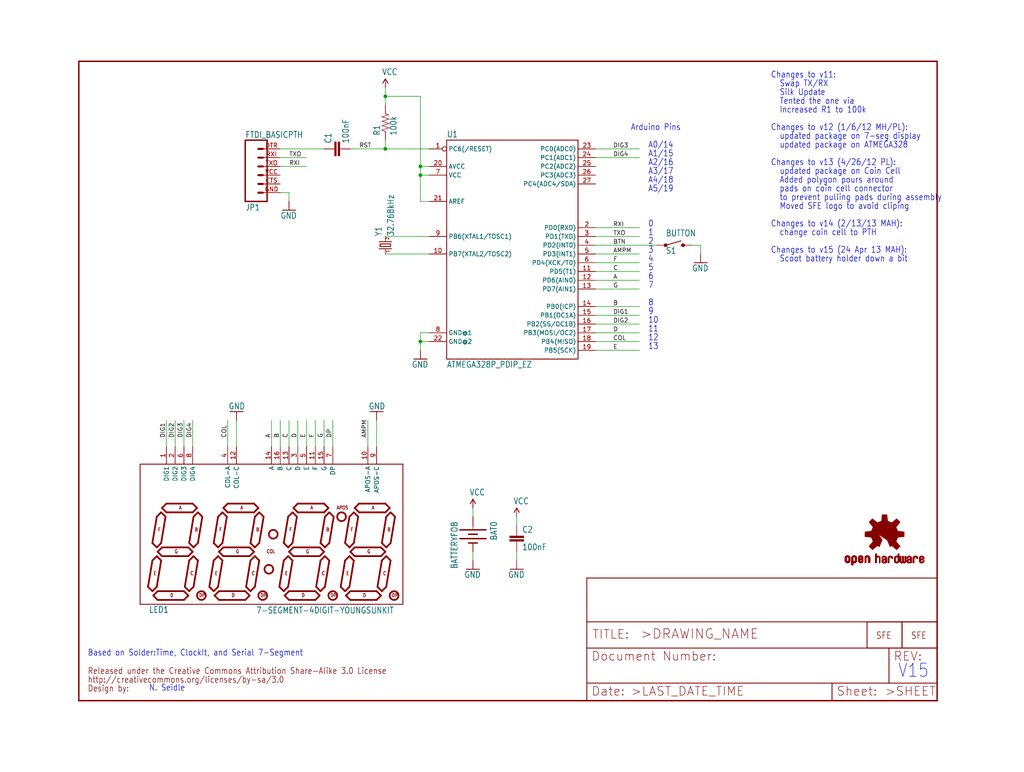
<source format=kicad_sch>
(kicad_sch (version 20211123) (generator eeschema)
  (paper "User" 297.002 223.926)
  (lib_symbols
    (symbol "eagleSchem-eagle-import:7-SEGMENT-4DIGIT-YOUNGSUNKIT"
      (property "Reference" "LED" (at -35.56 -20.32 0))
      (property "Value" "7-SEGMENT-4DIGIT-YOUNGSUNKIT" (at 35.56 -18.542 0))
      (symbol "7-SEGMENT-4DIGIT-YOUNGSUNKIT_1_0"
        (text "A" (at -26.924 9.652 0) (effects (font (size 1.016 0.8636) (thickness 0.1727) bold) (justify left bottom)))
        (text "A" (at -9.144 9.652 0) (effects (font (size 1.016 0.8636) (thickness 0.1727) bold) (justify left bottom)))
        (text "A" (at 11.176 9.652 0) (effects (font (size 1.016 0.8636) (thickness 0.1727) bold) (justify left bottom)))
        (text "A" (at 28.956 9.652 0) (effects (font (size 1.016 0.8636) (thickness 0.1727) bold) (justify left bottom)))
        (text "APOS" (at 18.796 9.652 0) (effects (font (size 1.016 0.8636) (thickness 0.1727) bold) (justify left bottom)))
        (text "B" (at -22.352 3.302 0) (effects (font (size 1.016 0.8636) (thickness 0.1727) bold) (justify left bottom)))
        (text "B" (at -4.572 3.302 0) (effects (font (size 1.016 0.8636) (thickness 0.1727) bold) (justify left bottom)))
        (text "B" (at 15.748 3.302 0) (effects (font (size 1.016 0.8636) (thickness 0.1727) bold) (justify left bottom)))
        (text "B" (at 33.528 3.302 0) (effects (font (size 1.016 0.8636) (thickness 0.1727) bold) (justify left bottom)))
        (text "C" (at -23.622 -9.398 0) (effects (font (size 1.016 0.8636) (thickness 0.1727) bold) (justify left bottom)))
        (text "C" (at -5.842 -9.398 0) (effects (font (size 1.016 0.8636) (thickness 0.1727) bold) (justify left bottom)))
        (text "C" (at 14.478 -9.398 0) (effects (font (size 1.016 0.8636) (thickness 0.1727) bold) (justify left bottom)))
        (text "C" (at 32.258 -9.398 0) (effects (font (size 1.016 0.8636) (thickness 0.1727) bold) (justify left bottom)))
        (text "COL" (at -1.524 -3.048 0) (effects (font (size 1.016 0.8636) (thickness 0.1727) bold) (justify left bottom)))
        (text "D" (at -29.464 -15.748 0) (effects (font (size 1.016 0.8636) (thickness 0.1727) bold) (justify left bottom)))
        (text "D" (at -11.684 -15.748 0) (effects (font (size 1.016 0.8636) (thickness 0.1727) bold) (justify left bottom)))
        (text "D" (at 8.636 -15.748 0) (effects (font (size 1.016 0.8636) (thickness 0.1727) bold) (justify left bottom)))
        (text "D" (at 26.416 -15.748 0) (effects (font (size 1.016 0.8636) (thickness 0.1727) bold) (justify left bottom)))
        (text "DP" (at -21.082 -15.748 0) (effects (font (size 1.016 0.8636) (thickness 0.1727) bold) (justify left bottom)))
        (text "DP" (at -3.302 -15.748 0) (effects (font (size 1.016 0.8636) (thickness 0.1727) bold) (justify left bottom)))
        (text "DP" (at 17.018 -15.748 0) (effects (font (size 1.016 0.8636) (thickness 0.1727) bold) (justify left bottom)))
        (text "DP" (at 34.798 -15.748 0) (effects (font (size 1.016 0.8636) (thickness 0.1727) bold) (justify left bottom)))
        (text "E" (at -34.29 -9.398 0) (effects (font (size 1.016 0.8636) (thickness 0.1727) bold) (justify left bottom)))
        (text "E" (at -16.51 -9.398 0) (effects (font (size 1.016 0.8636) (thickness 0.1727) bold) (justify left bottom)))
        (text "E" (at 3.81 -9.398 0) (effects (font (size 1.016 0.8636) (thickness 0.1727) bold) (justify left bottom)))
        (text "E" (at 21.59 -9.398 0) (effects (font (size 1.016 0.8636) (thickness 0.1727) bold) (justify left bottom)))
        (text "F" (at -33.02 3.302 0) (effects (font (size 1.016 0.8636) (thickness 0.1727) bold) (justify left bottom)))
        (text "F" (at -15.24 3.302 0) (effects (font (size 1.016 0.8636) (thickness 0.1727) bold) (justify left bottom)))
        (text "F" (at 5.08 3.302 0) (effects (font (size 1.016 0.8636) (thickness 0.1727) bold) (justify left bottom)))
        (text "F" (at 22.86 3.302 0) (effects (font (size 1.016 0.8636) (thickness 0.1727) bold) (justify left bottom)))
        (text "G" (at -28.194 -3.048 0) (effects (font (size 1.016 0.8636) (thickness 0.1727) bold) (justify left bottom)))
        (text "G" (at -10.414 -3.048 0) (effects (font (size 1.016 0.8636) (thickness 0.1727) bold) (justify left bottom)))
        (text "G" (at 9.906 -3.048 0) (effects (font (size 1.016 0.8636) (thickness 0.1727) bold) (justify left bottom)))
        (text "G" (at 27.686 -3.048 0) (effects (font (size 1.016 0.8636) (thickness 0.1727) bold) (justify left bottom)))
        (pin bidirectional line (at -30.48 27.94 270) (length 5.08) (name "DIG1") (number "1"))
        (pin bidirectional line (at 27.94 27.94 270) (length 5.08) (name "APOS-A") (number "10"))
        (pin bidirectional line (at 12.7 27.94 270) (length 5.08) (name "F") (number "11"))
        (pin bidirectional line (at -10.16 27.94 270) (length 5.08) (name "COL-C") (number "12"))
        (pin bidirectional line (at 5.08 27.94 270) (length 5.08) (name "C") (number "13"))
        (pin bidirectional line (at 0 27.94 270) (length 5.08) (name "A") (number "14"))
        (pin bidirectional line (at 15.24 27.94 270) (length 5.08) (name "G") (number "15"))
        (pin bidirectional line (at 2.54 27.94 270) (length 5.08) (name "B") (number "16"))
        (pin bidirectional line (at -27.94 27.94 270) (length 5.08) (name "DIG2") (number "2"))
        (pin bidirectional line (at 7.62 27.94 270) (length 5.08) (name "D") (number "3"))
        (pin bidirectional line (at -12.7 27.94 270) (length 5.08) (name "COL-A") (number "4"))
        (pin bidirectional line (at 10.16 27.94 270) (length 5.08) (name "E") (number "5"))
        (pin bidirectional line (at -25.4 27.94 270) (length 5.08) (name "DIG3") (number "6"))
        (pin bidirectional line (at 17.78 27.94 270) (length 5.08) (name "DP") (number "7"))
        (pin bidirectional line (at -22.86 27.94 270) (length 5.08) (name "DIG4") (number "8"))
        (pin bidirectional line (at 30.48 27.94 270) (length 5.08) (name "APOS-C") (number "9"))
      )
    )
    (symbol "eagleSchem-eagle-import:ATMEGA328P_PDIP_EZ"
      (property "Reference" "U" (at -17.78 28.702 0))
      (property "Value" "ATMEGA328P_PDIP_EZ" (at -17.78 -38.1 0))
      (symbol "ATMEGA328P_PDIP_EZ_1_0"
        (pin bidirectional inverted (at -22.86 25.4 0) (length 5.08) (name "PC6(/RESET)") (number "1"))
        (pin bidirectional line (at -22.86 -5.08 0) (length 5.08) (name "PB7(XTAL2/TOSC2)") (number "10"))
        (pin bidirectional line (at 25.4 -10.16 180) (length 5.08) (name "PD5(T1)") (number "11"))
        (pin bidirectional line (at 25.4 -12.7 180) (length 5.08) (name "PD6(AIN0)") (number "12"))
        (pin bidirectional line (at 25.4 -15.24 180) (length 5.08) (name "PD7(AIN1)") (number "13"))
        (pin bidirectional line (at 25.4 -20.32 180) (length 5.08) (name "PB0(ICP)") (number "14"))
        (pin bidirectional line (at 25.4 -22.86 180) (length 5.08) (name "PB1(OC1A)") (number "15"))
        (pin bidirectional line (at 25.4 -25.4 180) (length 5.08) (name "PB2(SS/OC1B)") (number "16"))
        (pin bidirectional line (at 25.4 -27.94 180) (length 5.08) (name "PB3(MOSI/OC2)") (number "17"))
        (pin bidirectional line (at 25.4 -30.48 180) (length 5.08) (name "PB4(MISO)") (number "18"))
        (pin bidirectional line (at 25.4 -33.02 180) (length 5.08) (name "PB5(SCK)") (number "19"))
        (pin bidirectional line (at 25.4 2.54 180) (length 5.08) (name "PD0(RXD)") (number "2"))
        (pin bidirectional line (at -22.86 20.32 0) (length 5.08) (name "AVCC") (number "20"))
        (pin bidirectional line (at -22.86 10.16 0) (length 5.08) (name "AREF") (number "21"))
        (pin bidirectional line (at -22.86 -30.48 0) (length 5.08) (name "GND@2") (number "22"))
        (pin bidirectional line (at 25.4 25.4 180) (length 5.08) (name "PC0(ADC0)") (number "23"))
        (pin bidirectional line (at 25.4 22.86 180) (length 5.08) (name "PC1(ADC1)") (number "24"))
        (pin bidirectional line (at 25.4 20.32 180) (length 5.08) (name "PC2(ADC2)") (number "25"))
        (pin bidirectional line (at 25.4 17.78 180) (length 5.08) (name "PC3(ADC3)") (number "26"))
        (pin bidirectional line (at 25.4 15.24 180) (length 5.08) (name "PC4(ADC4/SDA)") (number "27"))
        (pin bidirectional line (at 25.4 0 180) (length 5.08) (name "PD1(TXD)") (number "3"))
        (pin bidirectional line (at 25.4 -2.54 180) (length 5.08) (name "PD2(INT0)") (number "4"))
        (pin bidirectional line (at 25.4 -5.08 180) (length 5.08) (name "PD3(INT1)") (number "5"))
        (pin bidirectional line (at 25.4 -7.62 180) (length 5.08) (name "PD4(XCK/T0)") (number "6"))
        (pin bidirectional line (at -22.86 17.78 0) (length 5.08) (name "VCC") (number "7"))
        (pin bidirectional line (at -22.86 -27.94 0) (length 5.08) (name "GND@1") (number "8"))
        (pin bidirectional line (at -22.86 0 0) (length 5.08) (name "PB6(XTAL1/TOSC1)") (number "9"))
      )
    )
    (symbol "eagleSchem-eagle-import:BATTERYFOB"
      (property "Reference" "BAT" (at -3.81 5.08 0))
      (property "Value" "BATTERYFOB" (at -3.81 -6.35 0))
      (symbol "BATTERYFOB_1_0"
        (pin power_in line (at -5.08 0 0) (length 2.54) (name "+") (number "1"))
        (pin power_in line (at 5.08 0 180) (length 2.54) (name "-") (number "2"))
      )
    )
    (symbol "eagleSchem-eagle-import:CAPEZ"
      (property "Reference" "C" (at 1.524 2.921 0))
      (property "Value" "CAPEZ" (at 1.524 -2.159 0))
      (symbol "CAPEZ_1_0"
        (pin passive line (at 0 5.08 270) (length 2.54) (name "1") (number "1"))
        (pin passive line (at 0 -2.54 90) (length 2.54) (name "2") (number "2"))
      )
    )
    (symbol "eagleSchem-eagle-import:CREATIVE_COMMONS"
      (symbol "CREATIVE_COMMONS_1_0"
        (text "Design by:" (at 0 0 0) (effects (font (size 1.778 1.5113)) (justify left bottom)))
        (text "http://creativecommons.org/licenses/by-sa/3.0" (at 0 2.54 0) (effects (font (size 1.778 1.5113)) (justify left bottom)))
        (text "Released under the Creative Commons Attribution Share-Alike 3.0 License" (at 0 5.08 0) (effects (font (size 1.778 1.5113)) (justify left bottom)))
      )
    )
    (symbol "eagleSchem-eagle-import:CRYSTALTC26H_EZ"
      (property "Reference" "Y" (at 2.54 1.016 0))
      (property "Value" "CRYSTALTC26H_EZ" (at 2.54 -2.54 0))
      (symbol "CRYSTALTC26H_EZ_1_0"
        (text "1" (at -2.159 -1.143 0) (effects (font (size 0.8636 0.734)) (justify left bottom)))
        (text "2" (at 1.524 -1.143 0) (effects (font (size 0.8636 0.734)) (justify left bottom)))
        (pin passive line (at -2.54 0 0) (length 0) (name "1") (number "1"))
        (pin passive line (at 2.54 0 180) (length 0) (name "2") (number "2"))
      )
    )
    (symbol "eagleSchem-eagle-import:FRAME-LETTER"
      (symbol "FRAME-LETTER_2_0"
        (text ">DRAWING_NAME" (at 15.494 17.78 0) (effects (font (size 2.7432 2.7432)) (justify left bottom)))
        (text ">LAST_DATE_TIME" (at 12.7 1.27 0) (effects (font (size 2.54 2.54)) (justify left bottom)))
        (text ">SHEET" (at 86.36 1.27 0) (effects (font (size 2.54 2.54)) (justify left bottom)))
        (text "Date:" (at 1.27 1.27 0) (effects (font (size 2.54 2.54)) (justify left bottom)))
        (text "Document Number:" (at 1.27 11.43 0) (effects (font (size 2.54 2.54)) (justify left bottom)))
        (text "REV:" (at 88.9 11.43 0) (effects (font (size 2.54 2.54)) (justify left bottom)))
        (text "Sheet:" (at 72.39 1.27 0) (effects (font (size 2.54 2.54)) (justify left bottom)))
        (text "TITLE:" (at 1.524 17.78 0) (effects (font (size 2.54 2.54)) (justify left bottom)))
      )
    )
    (symbol "eagleSchem-eagle-import:FTDI_BASICPTH"
      (property "Reference" "JP" (at -5.08 10.922 0))
      (property "Value" "FTDI_BASICPTH" (at -5.08 -10.16 0))
      (symbol "FTDI_BASICPTH_1_0"
        (pin passive line (at 5.08 5.08 180) (length 5.08) (name "5") (number "CTS"))
        (pin passive line (at 5.08 -5.08 180) (length 5.08) (name "1") (number "DTR"))
        (pin passive line (at 5.08 7.62 180) (length 5.08) (name "6") (number "GND"))
        (pin passive line (at 5.08 -2.54 180) (length 5.08) (name "2") (number "RXI"))
        (pin passive line (at 5.08 0 180) (length 5.08) (name "3") (number "TXO"))
        (pin passive line (at 5.08 2.54 180) (length 5.08) (name "4") (number "VCC"))
      )
    )
    (symbol "eagleSchem-eagle-import:GND" (power)
      (property "Value" "GND" (at -2.54 -2.54 0))
      (symbol "GND_1_0"
        (pin power_in line (at 0 2.54 270) (length 2.54) (name "GND") (number "1"))
      )
    )
    (symbol "eagleSchem-eagle-import:LOGO-SFENW2"
      (symbol "LOGO-SFENW2_1_0"
        (text "SFE" (at 0 0 0) (effects (font (size 1.9304 1.6408)) (justify left bottom)))
      )
    )
    (symbol "eagleSchem-eagle-import:LOGO-SFESK"
      (symbol "LOGO-SFESK_1_0"
        (text "SFE" (at 0 0 0) (effects (font (size 1.9304 1.6408)) (justify left bottom)))
      )
    )
    (symbol "eagleSchem-eagle-import:OSHW-LOGOS")
    (symbol "eagleSchem-eagle-import:RESISTORKIT"
      (property "Reference" "R" (at -3.81 1.4986 0))
      (property "Value" "RESISTORKIT" (at -3.81 -3.302 0))
      (symbol "RESISTORKIT_1_0"
        (pin passive line (at -5.08 0 0) (length 2.54) (name "1") (number "P$1"))
        (pin passive line (at 5.08 0 180) (length 2.54) (name "2") (number "P$2"))
      )
    )
    (symbol "eagleSchem-eagle-import:SWITCH-MOMENTARY-2SIDE_EZ"
      (property "Reference" "S" (at -2.54 2.54 0))
      (property "Value" "SWITCH-MOMENTARY-2SIDE_EZ" (at -2.54 -2.54 0))
      (symbol "SWITCH-MOMENTARY-2SIDE_EZ_1_0"
        (pin passive line (at -5.08 0 0) (length 2.54) (name "1") (number "1"))
        (pin passive line (at 5.08 0 180) (length 2.54) (name "2") (number "2"))
      )
    )
    (symbol "eagleSchem-eagle-import:VCC" (power)
      (property "Value" "VCC" (at -1.016 3.556 0))
      (symbol "VCC_1_0"
        (pin power_in line (at 0 0 90) (length 2.54) (name "VCC") (number "1"))
      )
    )
  )
  (junction (at 121.92 48.26))
  (junction (at 111.76 43.18))
  (junction (at 111.76 27.94))
  (junction (at 121.92 99.06))
  (junction (at 121.92 50.8))
  (wire (pts (xy 172.72 91.44) (xy 185.42 91.44)))
  (wire (pts (xy 88.9 129.54) (xy 88.9 121.92)))
  (wire (pts (xy 81.28 45.72) (xy 88.9 45.72)))
  (wire (pts (xy 48.26 129.54) (xy 48.26 121.92)))
  (wire (pts (xy 121.92 50.8) (xy 121.92 48.26)))
  (wire (pts (xy 172.72 73.66) (xy 185.42 73.66)))
  (wire (pts (xy 172.72 68.58) (xy 185.42 68.58)))
  (wire (pts (xy 124.46 58.42) (xy 121.92 58.42)))
  (wire (pts (xy 91.44 129.54) (xy 91.44 121.92)))
  (wire (pts (xy 81.28 43.18) (xy 93.98 43.18)))
  (wire (pts (xy 121.92 48.26) (xy 124.46 48.26)))
  (wire (pts (xy 86.36 129.54) (xy 86.36 121.92)))
  (wire (pts (xy 149.86 162.56) (xy 149.86 160.02)))
  (wire (pts (xy 149.86 152.4) (xy 149.86 149.86)))
  (wire (pts (xy 81.28 55.88) (xy 83.82 55.88)))
  (wire (pts (xy 66.04 129.54) (xy 66.04 121.92)))
  (wire (pts (xy 172.72 99.06) (xy 185.42 99.06)))
  (wire (pts (xy 53.34 129.54) (xy 53.34 121.92)))
  (wire (pts (xy 124.46 99.06) (xy 121.92 99.06)))
  (wire (pts (xy 172.72 78.74) (xy 185.42 78.74)))
  (wire (pts (xy 172.72 81.28) (xy 185.42 81.28)))
  (wire (pts (xy 68.58 129.54) (xy 68.58 121.92)))
  (wire (pts (xy 172.72 83.82) (xy 185.42 83.82)))
  (wire (pts (xy 111.76 27.94) (xy 111.76 30.48)))
  (wire (pts (xy 172.72 66.04) (xy 185.42 66.04)))
  (wire (pts (xy 109.22 129.54) (xy 109.22 121.92)))
  (wire (pts (xy 121.92 99.06) (xy 121.92 101.6)))
  (wire (pts (xy 81.28 129.54) (xy 81.28 121.92)))
  (wire (pts (xy 124.46 96.52) (xy 121.92 96.52)))
  (wire (pts (xy 55.88 129.54) (xy 55.88 121.92)))
  (wire (pts (xy 172.72 96.52) (xy 185.42 96.52)))
  (wire (pts (xy 96.52 129.54) (xy 96.52 121.92)))
  (wire (pts (xy 78.74 129.54) (xy 78.74 121.92)))
  (wire (pts (xy 121.92 27.94) (xy 111.76 27.94)))
  (wire (pts (xy 124.46 68.58) (xy 111.76 68.58)))
  (wire (pts (xy 172.72 93.98) (xy 185.42 93.98)))
  (wire (pts (xy 83.82 129.54) (xy 83.82 121.92)))
  (wire (pts (xy 50.8 129.54) (xy 50.8 121.92)))
  (wire (pts (xy 101.6 43.18) (xy 111.76 43.18)))
  (wire (pts (xy 121.92 50.8) (xy 124.46 50.8)))
  (wire (pts (xy 172.72 101.6) (xy 185.42 101.6)))
  (wire (pts (xy 172.72 76.2) (xy 185.42 76.2)))
  (wire (pts (xy 137.16 162.56) (xy 137.16 160.02)))
  (wire (pts (xy 83.82 55.88) (xy 83.82 58.42)))
  (wire (pts (xy 111.76 25.4) (xy 111.76 27.94)))
  (wire (pts (xy 172.72 43.18) (xy 185.42 43.18)))
  (wire (pts (xy 106.68 129.54) (xy 106.68 121.92)))
  (wire (pts (xy 111.76 43.18) (xy 124.46 43.18)))
  (wire (pts (xy 111.76 73.66) (xy 124.46 73.66)))
  (wire (pts (xy 81.28 48.26) (xy 88.9 48.26)))
  (wire (pts (xy 172.72 71.12) (xy 190.5 71.12)))
  (wire (pts (xy 121.92 58.42) (xy 121.92 50.8)))
  (wire (pts (xy 200.66 71.12) (xy 203.2 71.12)))
  (wire (pts (xy 172.72 88.9) (xy 185.42 88.9)))
  (wire (pts (xy 93.98 129.54) (xy 93.98 121.92)))
  (wire (pts (xy 137.16 147.32) (xy 137.16 149.86)))
  (wire (pts (xy 203.2 71.12) (xy 203.2 73.66)))
  (wire (pts (xy 111.76 40.64) (xy 111.76 43.18)))
  (wire (pts (xy 121.92 96.52) (xy 121.92 99.06)))
  (wire (pts (xy 172.72 45.72) (xy 185.42 45.72)))
  (wire (pts (xy 121.92 48.26) (xy 121.92 27.94)))
  (text "Scoot battery holder down a bit" (at 226.06 76.2 180) (effects (font (size 1.778 1.5113)) (justify left bottom)))
  (text "5" (at 187.96 78.74 180) (effects (font (size 1.778 1.5113)) (justify left bottom)))
  (text "updated package on ATMEGA328" (at 226.06 43.18 180) (effects (font (size 1.778 1.5113)) (justify left bottom)))
  (text "9" (at 187.96 91.44 180) (effects (font (size 1.778 1.5113)) (justify left bottom)))
  (text "6" (at 187.96 81.28 180) (effects (font (size 1.778 1.5113)) (justify left bottom)))
  (text "A5/19" (at 187.96 55.88 180) (effects (font (size 1.778 1.5113)) (justify left bottom)))
  (text "12" (at 187.96 99.06 180) (effects (font (size 1.778 1.5113)) (justify left bottom)))
  (text "8" (at 187.96 88.9 180) (effects (font (size 1.778 1.5113)) (justify left bottom)))
  (text "Added polygon pours around" (at 226.06 53.34 180) (effects (font (size 1.778 1.5113)) (justify left bottom)))
  (text "Tented the one via" (at 226.06 30.48 180) (effects (font (size 1.778 1.5113)) (justify left bottom)))
  (text "Moved SFE logo to avoid cliping" (at 226.06 60.96 180) (effects (font (size 1.778 1.5113)) (justify left bottom)))
  (text "7" (at 187.96 83.82 180) (effects (font (size 1.778 1.5113)) (justify left bottom)))
  (text "A1/15" (at 187.96 45.72 180) (effects (font (size 1.778 1.5113)) (justify left bottom)))
  (text "to prevent pulling pads during assembly" (at 226.06 58.42 180) (effects (font (size 1.778 1.5113)) (justify left bottom)))
  (text "Changes to v14 (2/13/13 MAH):" (at 223.52 66.04 180) (effects (font (size 1.778 1.5113)) (justify left bottom)))
  (text "1" (at 187.96 68.58 180) (effects (font (size 1.778 1.5113)) (justify left bottom)))
  (text "Increased R1 to 100k" (at 226.06 33.02 180) (effects (font (size 1.778 1.5113)) (justify left bottom)))
  (text "Changes to v12 (1/6/12 MH/PL):" (at 223.52 38.1 180) (effects (font (size 1.778 1.5113)) (justify left bottom)))
  (text "Changes to v15 (24 Apr 13 MAH):" (at 223.52 73.66 180) (effects (font (size 1.778 1.5113)) (justify left bottom)))
  (text "Swap TX/RX" (at 226.06 25.4 180) (effects (font (size 1.778 1.5113)) (justify left bottom)))
  (text "A4/18" (at 187.96 53.34 180) (effects (font (size 1.778 1.5113)) (justify left bottom)))
  (text "11" (at 187.96 96.52 180) (effects (font (size 1.778 1.5113)) (justify left bottom)))
  (text "V15" (at 260.35 196.85 180) (effects (font (size 3.81 3.2385)) (justify left bottom)))
  (text "A3/17" (at 187.96 50.8 180) (effects (font (size 1.778 1.5113)) (justify left bottom)))
  (text "Changes to v13 (4/26/12 PL):" (at 223.52 48.26 180) (effects (font (size 1.778 1.5113)) (justify left bottom)))
  (text "pads on coin cell connector" (at 226.06 55.88 180) (effects (font (size 1.778 1.5113)) (justify left bottom)))
  (text "Based on Solder:Time, ClockIt, and Serial 7-Segment" (at 25.4 190.5 0) (effects (font (size 1.778 1.5113)) (justify left bottom)))
  (text "Silk Update" (at 226.06 27.94 180) (effects (font (size 1.778 1.5113)) (justify left bottom)))
  (text "3" (at 187.96 73.66 180) (effects (font (size 1.778 1.5113)) (justify left bottom)))
  (text "13" (at 187.96 101.6 180) (effects (font (size 1.778 1.5113)) (justify left bottom)))
  (text "Arduino Pins" (at 182.88 38.1 180) (effects (font (size 1.778 1.5113)) (justify left bottom)))
  (text "change coin cell to PTH" (at 226.06 68.58 180) (effects (font (size 1.778 1.5113)) (justify left bottom)))
  (text "A2/16" (at 187.96 48.26 180) (effects (font (size 1.778 1.5113)) (justify left bottom)))
  (text "A0/14" (at 187.96 43.18 180) (effects (font (size 1.778 1.5113)) (justify left bottom)))
  (text "Changes to v11:" (at 223.52 22.86 180) (effects (font (size 1.778 1.5113)) (justify left bottom)))
  (text "4" (at 187.96 76.2 180) (effects (font (size 1.778 1.5113)) (justify left bottom)))
  (text "10" (at 187.96 93.98 180) (effects (font (size 1.778 1.5113)) (justify left bottom)))
  (text "updated package on 7-seg display" (at 226.06 40.64 180) (effects (font (size 1.778 1.5113)) (justify left bottom)))
  (text "0" (at 187.96 66.04 180) (effects (font (size 1.778 1.5113)) (justify left bottom)))
  (text "N. Seidle" (at 43.18 200.66 180) (effects (font (size 1.778 1.5113)) (justify left bottom)))
  (text "updated package on Coin Cell" (at 226.06 50.8 180) (effects (font (size 1.778 1.5113)) (justify left bottom)))
  (text "2" (at 187.96 71.12 180) (effects (font (size 1.778 1.5113)) (justify left bottom)))
  (label "RXI" (at 83.82 48.26 0) (effects (font (size 1.2446 1.2446))))
  (label "DIG1" (at 48.26 127 90) (effects (font (size 1.2446 1.2446))))
  (label "D" (at 86.36 127 90) (effects (font (size 1.2446 1.2446))))
  (label "COL" (at 177.8 99.06 0) (effects (font (size 1.2446 1.2446))))
  (label "DIG4" (at 177.8 45.72 0) (effects (font (size 1.2446 1.2446))))
  (label "C" (at 83.82 127 90) (effects (font (size 1.2446 1.2446))))
  (label "RXI" (at 177.8 66.04 0) (effects (font (size 1.2446 1.2446))))
  (label "TXO" (at 177.8 68.58 0) (effects (font (size 1.2446 1.2446))))
  (label "DIG3" (at 177.8 43.18 0) (effects (font (size 1.2446 1.2446))))
  (label "RST" (at 104.14 43.18 0) (effects (font (size 1.2446 1.2446))))
  (label "D" (at 177.8 96.52 0) (effects (font (size 1.2446 1.2446))))
  (label "DIG2" (at 177.8 93.98 0) (effects (font (size 1.2446 1.2446))))
  (label "G" (at 177.8 83.82 0) (effects (font (size 1.2446 1.2446))))
  (label "E" (at 88.9 127 90) (effects (font (size 1.2446 1.2446))))
  (label "E" (at 177.8 101.6 0) (effects (font (size 1.2446 1.2446))))
  (label "A" (at 78.74 127 90) (effects (font (size 1.2446 1.2446))))
  (label "BTN" (at 177.8 71.12 0) (effects (font (size 1.2446 1.2446))))
  (label "DIG4" (at 55.88 127 90) (effects (font (size 1.2446 1.2446))))
  (label "B" (at 81.28 127 90) (effects (font (size 1.2446 1.2446))))
  (label "DP" (at 96.52 127 90) (effects (font (size 1.2446 1.2446))))
  (label "F" (at 91.44 127 90) (effects (font (size 1.2446 1.2446))))
  (label "DIG2" (at 50.8 127 90) (effects (font (size 1.2446 1.2446))))
  (label "A" (at 177.8 81.28 0) (effects (font (size 1.2446 1.2446))))
  (label "COL" (at 66.04 127 90) (effects (font (size 1.2446 1.2446))))
  (label "AMPM" (at 106.68 127 90) (effects (font (size 1.2446 1.2446))))
  (label "AMPM" (at 177.8 73.66 0) (effects (font (size 1.2446 1.2446))))
  (label "DIG1" (at 177.8 91.44 0) (effects (font (size 1.2446 1.2446))))
  (label "DIG3" (at 53.34 127 90) (effects (font (size 1.2446 1.2446))))
  (label "TXO" (at 83.82 45.72 0) (effects (font (size 1.2446 1.2446))))
  (label "B" (at 177.8 88.9 0) (effects (font (size 1.2446 1.2446))))
  (label "C" (at 177.8 78.74 0) (effects (font (size 1.2446 1.2446))))
  (label "G" (at 93.98 127 90) (effects (font (size 1.2446 1.2446))))
  (label "F" (at 177.8 76.2 0) (effects (font (size 1.2446 1.2446))))
  (symbol (lib_id "eagleSchem-eagle-import:GND") (at 109.22 119.38 180) (unit 1)
    (property "Reference" "#GND5" (effects hide))
    (property "Value" "GND" (at 111.76 116.84 0) (effects (font (size 1.778 1.5113)) (justify left bottom)))
    (property "Footprint" "eagleSchem:" (effects hide))
  )
  (symbol (lib_id "eagleSchem-eagle-import:7-SEGMENT-4DIGIT-YOUNGSUNKIT") (at 78.74 157.48 0) (unit 1)
    (property "Reference" "LED1" (at 43.18 177.8 0) (effects (font (size 1.778 1.5113)) (justify left bottom)))
    (property "Value" "7-SEGMENT-4DIGIT-YOUNGSUNKIT" (at 114.3 176.022 0) (effects (font (size 1.778 1.5113)) (justify right top)))
    (property "Footprint" "eagleSchem:7-SEGMENT-4DIGIT-YOUNGSUN-KIT" (effects hide))
  )
  (symbol (lib_id "eagleSchem-eagle-import:RESISTORKIT") (at 111.76 35.56 90) (unit 1)
    (property "Reference" "R1" (at 110.2614 39.37 0) (effects (font (size 1.778 1.5113)) (justify left bottom)))
    (property "Value" "100k" (at 115.062 39.37 0) (effects (font (size 1.778 1.5113)) (justify left bottom)))
    (property "Footprint" "eagleSchem:AXIAL-0.3-KIT" (effects hide))
  )
  (symbol (lib_id "eagleSchem-eagle-import:GND") (at 137.16 165.1 0) (unit 1)
    (property "Reference" "#GND6" (effects hide))
    (property "Value" "GND" (at 134.62 167.64 0) (effects (font (size 1.778 1.5113)) (justify left bottom)))
    (property "Footprint" "eagleSchem:" (effects hide))
  )
  (symbol (lib_id "eagleSchem-eagle-import:GND") (at 68.58 119.38 180) (unit 1)
    (property "Reference" "#GND1" (effects hide))
    (property "Value" "GND" (at 71.12 116.84 0) (effects (font (size 1.778 1.5113)) (justify left bottom)))
    (property "Footprint" "eagleSchem:" (effects hide))
  )
  (symbol (lib_id "eagleSchem-eagle-import:FTDI_BASICPTH") (at 76.2 48.26 0) (mirror x) (unit 1)
    (property "Reference" "JP1" (at 71.12 59.182 0) (effects (font (size 1.778 1.5113)) (justify left bottom)))
    (property "Value" "FTDI_BASICPTH" (at 71.12 38.1 0) (effects (font (size 1.778 1.5113)) (justify left bottom)))
    (property "Footprint" "eagleSchem:FTDI_BASIC" (effects hide))
  )
  (symbol (lib_id "eagleSchem-eagle-import:VCC") (at 137.16 147.32 0) (unit 1)
    (property "Reference" "#P+4" (effects hide))
    (property "Value" "VCC" (at 136.144 143.764 0) (effects (font (size 1.778 1.5113)) (justify left bottom)))
    (property "Footprint" "eagleSchem:" (effects hide))
  )
  (symbol (lib_id "eagleSchem-eagle-import:LOGO-SFENW2") (at 254 185.42 0) (unit 1)
    (property "Reference" "U$5" (effects hide))
    (property "Value" "LOGO-SFENW2" (effects hide))
    (property "Footprint" "eagleSchem:SFE-NEW-WEB" (effects hide))
  )
  (symbol (lib_id "eagleSchem-eagle-import:FRAME-LETTER") (at 170.18 203.2 0) (unit 2)
    (property "Reference" "#FRAME1" (effects hide))
    (property "Value" "FRAME-LETTER" (effects hide))
    (property "Footprint" "eagleSchem:" (effects hide))
  )
  (symbol (lib_id "eagleSchem-eagle-import:GND") (at 83.82 60.96 0) (unit 1)
    (property "Reference" "#GND3" (effects hide))
    (property "Value" "GND" (at 81.28 63.5 0) (effects (font (size 1.778 1.5113)) (justify left bottom)))
    (property "Footprint" "eagleSchem:" (effects hide))
  )
  (symbol (lib_id "eagleSchem-eagle-import:GND") (at 149.86 165.1 0) (unit 1)
    (property "Reference" "#GND23" (effects hide))
    (property "Value" "GND" (at 147.32 167.64 0) (effects (font (size 1.778 1.5113)) (justify left bottom)))
    (property "Footprint" "eagleSchem:" (effects hide))
  )
  (symbol (lib_id "eagleSchem-eagle-import:GND") (at 121.92 104.14 0) (unit 1)
    (property "Reference" "#GND2" (effects hide))
    (property "Value" "GND" (at 119.38 106.68 0) (effects (font (size 1.778 1.5113)) (justify left bottom)))
    (property "Footprint" "eagleSchem:" (effects hide))
  )
  (symbol (lib_id "eagleSchem-eagle-import:CAPEZ") (at 99.06 43.18 90) (unit 1)
    (property "Reference" "C1" (at 96.139 41.656 0) (effects (font (size 1.778 1.5113)) (justify left bottom)))
    (property "Value" "100nF" (at 101.219 41.656 0) (effects (font (size 1.778 1.5113)) (justify left bottom)))
    (property "Footprint" "eagleSchem:CAP-PTH-SMALLEZ" (effects hide))
  )
  (symbol (lib_id "eagleSchem-eagle-import:BATTERYFOB") (at 137.16 154.94 270) (unit 1)
    (property "Reference" "BAT0" (at 142.24 151.13 0) (effects (font (size 1.778 1.5113)) (justify left bottom)))
    (property "Value" "BATTERYFOB" (at 130.81 151.13 0) (effects (font (size 1.778 1.5113)) (justify left bottom)))
    (property "Footprint" "eagleSchem:BATTERY_20MM_PTH_COMPACT" (effects hide))
  )
  (symbol (lib_id "eagleSchem-eagle-import:GND") (at 203.2 76.2 0) (unit 1)
    (property "Reference" "#GND4" (effects hide))
    (property "Value" "GND" (at 200.66 78.74 0) (effects (font (size 1.778 1.5113)) (justify left bottom)))
    (property "Footprint" "eagleSchem:" (effects hide))
  )
  (symbol (lib_id "eagleSchem-eagle-import:CREATIVE_COMMONS") (at 25.4 200.66 0) (unit 1)
    (property "Reference" "U$2" (effects hide))
    (property "Value" "CREATIVE_COMMONS" (effects hide))
    (property "Footprint" "eagleSchem:CREATIVE_COMMONS" (effects hide))
  )
  (symbol (lib_id "eagleSchem-eagle-import:CAPEZ") (at 149.86 157.48 0) (unit 1)
    (property "Reference" "C2" (at 151.384 154.559 0) (effects (font (size 1.778 1.5113)) (justify left bottom)))
    (property "Value" "100nF" (at 151.384 159.639 0) (effects (font (size 1.778 1.5113)) (justify left bottom)))
    (property "Footprint" "eagleSchem:CAP-PTH-SMALLEZ" (effects hide))
  )
  (symbol (lib_id "eagleSchem-eagle-import:SWITCH-MOMENTARY-2SIDE_EZ") (at 195.58 71.12 0) (unit 1)
    (property "Reference" "S1" (at 193.04 73.66 0) (effects (font (size 1.778 1.5113)) (justify left bottom)))
    (property "Value" "BUTTON" (at 193.04 68.58 0) (effects (font (size 1.778 1.5113)) (justify left bottom)))
    (property "Footprint" "eagleSchem:TACTILE-PTH-SIDEEZ" (effects hide))
  )
  (symbol (lib_id "eagleSchem-eagle-import:VCC") (at 111.76 25.4 0) (unit 1)
    (property "Reference" "#P+1" (effects hide))
    (property "Value" "VCC" (at 110.744 21.844 0) (effects (font (size 1.778 1.5113)) (justify left bottom)))
    (property "Footprint" "eagleSchem:" (effects hide))
  )
  (symbol (lib_id "eagleSchem-eagle-import:ATMEGA328P_PDIP_EZ") (at 147.32 68.58 0) (unit 1)
    (property "Reference" "U1" (at 129.54 39.878 0) (effects (font (size 1.778 1.5113)) (justify left bottom)))
    (property "Value" "ATMEGA328P_PDIP_EZ" (at 129.54 106.68 0) (effects (font (size 1.778 1.5113)) (justify left bottom)))
    (property "Footprint" "eagleSchem:DIL28-EZ" (effects hide))
  )
  (symbol (lib_id "eagleSchem-eagle-import:LOGO-SFESK") (at 264.16 185.42 0) (unit 1)
    (property "Reference" "U$1" (effects hide))
    (property "Value" "LOGO-SFESK" (effects hide))
    (property "Footprint" "eagleSchem:SFE-LOGO-FLAME" (effects hide))
  )
  (symbol (lib_id "eagleSchem-eagle-import:VCC") (at 149.86 149.86 0) (unit 1)
    (property "Reference" "#P+3" (effects hide))
    (property "Value" "VCC" (at 148.844 146.304 0) (effects (font (size 1.778 1.5113)) (justify left bottom)))
    (property "Footprint" "eagleSchem:" (effects hide))
  )
  (symbol (lib_id "eagleSchem-eagle-import:FRAME-LETTER") (at 22.86 203.2 0) (unit 1)
    (property "Reference" "#FRAME1" (effects hide))
    (property "Value" "FRAME-LETTER" (effects hide))
    (property "Footprint" "eagleSchem:" (effects hide))
  )
  (symbol (lib_id "eagleSchem-eagle-import:OSHW-LOGOS") (at 256.54 154.94 0) (unit 1)
    (property "Reference" "U$4" (effects hide))
    (property "Value" "OSHW-LOGOS" (effects hide))
    (property "Footprint" "eagleSchem:OSHW-LOGO-S" (effects hide))
  )
  (symbol (lib_id "eagleSchem-eagle-import:CRYSTALTC26H_EZ") (at 111.76 71.12 90) (unit 1)
    (property "Reference" "Y1" (at 110.744 68.58 0) (effects (font (size 1.778 1.5113)) (justify left bottom)))
    (property "Value" "32.768kHz" (at 114.3 68.58 0) (effects (font (size 1.778 1.5113)) (justify left bottom)))
    (property "Footprint" "eagleSchem:TC26HEZ" (effects hide))
  )
)
</source>
